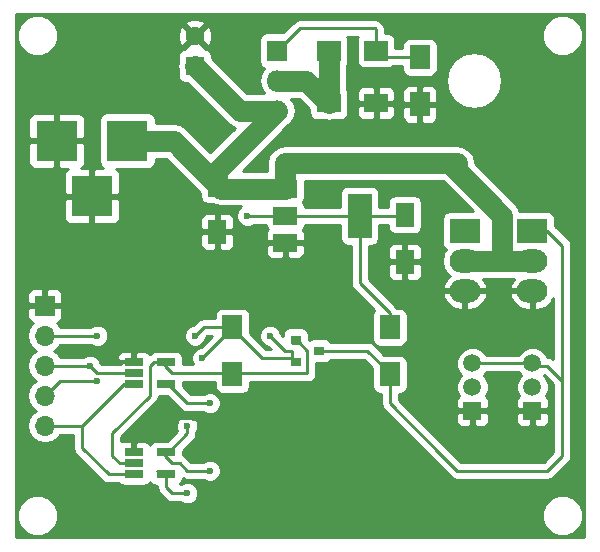
<source format=gbr>
G04 #@! TF.FileFunction,Copper,L2,Bot,Signal*
%FSLAX46Y46*%
G04 Gerber Fmt 4.6, Leading zero omitted, Abs format (unit mm)*
G04 Created by KiCad (PCBNEW 4.0.7) date 03/19/18 08:58:31*
%MOMM*%
%LPD*%
G01*
G04 APERTURE LIST*
%ADD10C,0.100000*%
%ADD11R,1.600000X2.000000*%
%ADD12R,1.600000X1.600000*%
%ADD13C,1.600000*%
%ADD14R,2.000000X1.600000*%
%ADD15R,3.500000X3.500000*%
%ADD16R,2.000000X1.700000*%
%ADD17R,1.700000X2.000000*%
%ADD18R,1.800000X1.800000*%
%ADD19O,1.800000X1.800000*%
%ADD20R,1.500000X1.500000*%
%ADD21C,1.500000*%
%ADD22R,2.600000X2.000000*%
%ADD23O,2.600000X2.000000*%
%ADD24R,2.000000X3.800000*%
%ADD25R,2.000000X1.500000*%
%ADD26R,1.700000X1.700000*%
%ADD27O,1.700000X1.700000*%
%ADD28R,1.560000X0.650000*%
%ADD29R,0.900000X0.800000*%
%ADD30C,0.600000*%
%ADD31C,0.250000*%
%ADD32C,1.750000*%
%ADD33C,0.254000*%
G04 APERTURE END LIST*
D10*
D11*
X68580000Y-29115000D03*
X68580000Y-33115000D03*
D12*
X66675000Y-19050000D03*
D13*
X66675000Y-16550000D03*
D11*
X84455000Y-31655000D03*
X84455000Y-35655000D03*
D14*
X78010000Y-22225000D03*
X82010000Y-22225000D03*
D15*
X60960000Y-25400000D03*
X54960000Y-25400000D03*
X57960000Y-30100000D03*
D16*
X78010000Y-17780000D03*
X82010000Y-17780000D03*
D17*
X85725000Y-18320000D03*
X85725000Y-22320000D03*
X83185000Y-41180000D03*
X83185000Y-45180000D03*
X69850000Y-41180000D03*
X69850000Y-45180000D03*
D18*
X73660000Y-17780000D03*
D19*
X73660000Y-20320000D03*
X73660000Y-22860000D03*
D20*
X95250000Y-48260000D03*
D21*
X95250000Y-46260000D03*
X95250000Y-44260000D03*
D22*
X95250000Y-33020000D03*
D23*
X95250000Y-35560000D03*
X95250000Y-38100000D03*
D24*
X80620000Y-31750000D03*
D25*
X74320000Y-31750000D03*
X74320000Y-29450000D03*
X74320000Y-34050000D03*
D26*
X53975000Y-39370000D03*
D27*
X53975000Y-41910000D03*
X53975000Y-44450000D03*
X53975000Y-46990000D03*
X53975000Y-49530000D03*
D20*
X90170000Y-48260000D03*
D21*
X90170000Y-46260000D03*
X90170000Y-44260000D03*
D22*
X89535000Y-33020000D03*
D23*
X89535000Y-35560000D03*
X89535000Y-38100000D03*
D28*
X61515000Y-46035000D03*
X61515000Y-45085000D03*
X61515000Y-44135000D03*
X64215000Y-44135000D03*
X64215000Y-46035000D03*
X61515000Y-53655000D03*
X61515000Y-52705000D03*
X61515000Y-51755000D03*
X64215000Y-51755000D03*
X64215000Y-53655000D03*
D29*
X75200000Y-44130000D03*
X75200000Y-42230000D03*
X77200000Y-43180000D03*
D30*
X66675000Y-48895000D03*
X71120000Y-31750000D03*
X58420000Y-45720000D03*
X66040000Y-49530000D03*
X67945000Y-53340000D03*
X57785000Y-44450000D03*
X67310000Y-43815000D03*
X67945000Y-47625000D03*
X66675000Y-41910000D03*
X58420000Y-41910000D03*
X66040000Y-55245000D03*
X73025000Y-41910000D03*
D31*
X61515000Y-51755000D02*
X61515000Y-50245000D01*
X62865000Y-48895000D02*
X66675000Y-48895000D01*
X61515000Y-50245000D02*
X62865000Y-48895000D01*
X61515000Y-44135000D02*
X61515000Y-41830000D01*
X56515000Y-39370000D02*
X53975000Y-39370000D01*
X57785000Y-40640000D02*
X56515000Y-39370000D01*
X60325000Y-40640000D02*
X57785000Y-40640000D01*
X61515000Y-41830000D02*
X60325000Y-40640000D01*
X83185000Y-41180000D02*
X83185000Y-40005000D01*
X80620000Y-37440000D02*
X80620000Y-31750000D01*
X83185000Y-40005000D02*
X80620000Y-37440000D01*
X74320000Y-31750000D02*
X80620000Y-31750000D01*
X80620000Y-31750000D02*
X84360000Y-31750000D01*
X84360000Y-31750000D02*
X84455000Y-31655000D01*
X71120000Y-31750000D02*
X74320000Y-31750000D01*
D32*
X78010000Y-22225000D02*
X78010000Y-17780000D01*
X73660000Y-20320000D02*
X76105000Y-20320000D01*
X76105000Y-20320000D02*
X78010000Y-22225000D01*
D31*
X53975000Y-46990000D02*
X55245000Y-45720000D01*
X55245000Y-45720000D02*
X58420000Y-45720000D01*
X66040000Y-49530000D02*
X66040000Y-50165000D01*
X66040000Y-50165000D02*
X64135000Y-52070000D01*
X64135000Y-52070000D02*
X64215000Y-51755000D01*
X64215000Y-51755000D02*
X64135000Y-52070000D01*
X64135000Y-52070000D02*
X64770000Y-52705000D01*
X64770000Y-52705000D02*
X65405000Y-52705000D01*
X65405000Y-52705000D02*
X66040000Y-53340000D01*
X66040000Y-53340000D02*
X67945000Y-53340000D01*
X61515000Y-45085000D02*
X58420000Y-45085000D01*
X58420000Y-45085000D02*
X57785000Y-44450000D01*
X57785000Y-44450000D02*
X53975000Y-44450000D01*
X61515000Y-46035000D02*
X60645000Y-46035000D01*
X60645000Y-46035000D02*
X57150000Y-49530000D01*
X61515000Y-53655000D02*
X59370000Y-53655000D01*
X59370000Y-53655000D02*
X57150000Y-51435000D01*
X57150000Y-51435000D02*
X57150000Y-49530000D01*
X57150000Y-49530000D02*
X53975000Y-49530000D01*
X83185000Y-45180000D02*
X83185000Y-45085000D01*
X83185000Y-45085000D02*
X81280000Y-43180000D01*
X81280000Y-43180000D02*
X77200000Y-43180000D01*
X87630000Y-52070000D02*
X88900000Y-53340000D01*
X83185000Y-47625000D02*
X87630000Y-52070000D01*
X83185000Y-45180000D02*
X83185000Y-47625000D01*
X97790000Y-52070000D02*
X97790000Y-45720000D01*
X96520000Y-53340000D02*
X97790000Y-52070000D01*
X88900000Y-53340000D02*
X96520000Y-53340000D01*
X95250000Y-33020000D02*
X96520000Y-33020000D01*
X96520000Y-33020000D02*
X97790000Y-34290000D01*
X97790000Y-34290000D02*
X97790000Y-45720000D01*
X90170000Y-44260000D02*
X95250000Y-44260000D01*
X95250000Y-44260000D02*
X95440000Y-44450000D01*
X95440000Y-44450000D02*
X96520000Y-44450000D01*
X96520000Y-44450000D02*
X97790000Y-45720000D01*
D32*
X95250000Y-35560000D02*
X92710000Y-35560000D01*
X88900000Y-27940000D02*
X88900000Y-27305000D01*
X88265000Y-27305000D02*
X88900000Y-27940000D01*
X92710000Y-31750000D02*
X88265000Y-27305000D01*
X92710000Y-35560000D02*
X92710000Y-31750000D01*
X95250000Y-35560000D02*
X89535000Y-35560000D01*
X88900000Y-27305000D02*
X74295000Y-27305000D01*
X74295000Y-27305000D02*
X74320000Y-27330000D01*
X74320000Y-29450000D02*
X74320000Y-27330000D01*
X73660000Y-22860000D02*
X70485000Y-22860000D01*
X70485000Y-22860000D02*
X66675000Y-19050000D01*
X68580000Y-29115000D02*
X68580000Y-27940000D01*
X68580000Y-27940000D02*
X73660000Y-22860000D01*
X60960000Y-25400000D02*
X64865000Y-25400000D01*
X64865000Y-25400000D02*
X68580000Y-29115000D01*
X74320000Y-29450000D02*
X68915000Y-29450000D01*
X68915000Y-29450000D02*
X68580000Y-29115000D01*
D31*
X64135000Y-45720000D02*
X66040000Y-47625000D01*
X67310000Y-43815000D02*
X69850000Y-41275000D01*
X66040000Y-47625000D02*
X67945000Y-47625000D01*
X53975000Y-41910000D02*
X58420000Y-41910000D01*
X67405000Y-41180000D02*
X69850000Y-41180000D01*
X66675000Y-41910000D02*
X67405000Y-41180000D01*
X64215000Y-54690000D02*
X64215000Y-53655000D01*
X64770000Y-55245000D02*
X64215000Y-54690000D01*
X66040000Y-55245000D02*
X64770000Y-55245000D01*
X75200000Y-44130000D02*
X74930000Y-43815000D01*
X74930000Y-43815000D02*
X74930000Y-43180000D01*
X74930000Y-43180000D02*
X74295000Y-43180000D01*
X74295000Y-43180000D02*
X73025000Y-41910000D01*
X69850000Y-41275000D02*
X69850000Y-41180000D01*
X69850000Y-41180000D02*
X69850000Y-41275000D01*
X69850000Y-41275000D02*
X72390000Y-43815000D01*
X72390000Y-43815000D02*
X74930000Y-43815000D01*
X74930000Y-43815000D02*
X75200000Y-44130000D01*
X63500000Y-53340000D02*
X64135000Y-53340000D01*
X64135000Y-53340000D02*
X64215000Y-53655000D01*
X82010000Y-17780000D02*
X82010000Y-15970000D01*
X75565000Y-15875000D02*
X73660000Y-17780000D01*
X81915000Y-15875000D02*
X75565000Y-15875000D01*
X82010000Y-15970000D02*
X81915000Y-15875000D01*
X85725000Y-18320000D02*
X82550000Y-18320000D01*
X82550000Y-18320000D02*
X82010000Y-17780000D01*
X64215000Y-44135000D02*
X63180000Y-44135000D01*
X60325000Y-52705000D02*
X61515000Y-52705000D01*
X59690000Y-52070000D02*
X60325000Y-52705000D01*
X59690000Y-50165000D02*
X59690000Y-52070000D01*
X62865000Y-46990000D02*
X59690000Y-50165000D01*
X62865000Y-44450000D02*
X62865000Y-46990000D01*
X63180000Y-44135000D02*
X62865000Y-44450000D01*
X64215000Y-44135000D02*
X64135000Y-44450000D01*
X69850000Y-45180000D02*
X69850000Y-45085000D01*
X69850000Y-45085000D02*
X76200000Y-45085000D01*
X76200000Y-45085000D02*
X76200000Y-43180000D01*
X76200000Y-43180000D02*
X75565000Y-42545000D01*
X75565000Y-42545000D02*
X74930000Y-42545000D01*
X74930000Y-42545000D02*
X75200000Y-42230000D01*
X64215000Y-44135000D02*
X64135000Y-44450000D01*
X64135000Y-44450000D02*
X64770000Y-45085000D01*
X64770000Y-45085000D02*
X69850000Y-45085000D01*
X69850000Y-45085000D02*
X69850000Y-45180000D01*
X69440000Y-44770000D02*
X69850000Y-45180000D01*
X69755000Y-45180000D02*
X69850000Y-45180000D01*
D33*
G36*
X99620000Y-58980000D02*
X51510000Y-58980000D01*
X51510000Y-57493599D01*
X51604699Y-57493599D01*
X51868281Y-58131515D01*
X52355918Y-58620004D01*
X52993373Y-58884699D01*
X53683599Y-58885301D01*
X54321515Y-58621719D01*
X54810004Y-58134082D01*
X55074699Y-57496627D01*
X55074701Y-57493599D01*
X96054699Y-57493599D01*
X96318281Y-58131515D01*
X96805918Y-58620004D01*
X97443373Y-58884699D01*
X98133599Y-58885301D01*
X98771515Y-58621719D01*
X99260004Y-58134082D01*
X99524699Y-57496627D01*
X99525301Y-56806401D01*
X99261719Y-56168485D01*
X98774082Y-55679996D01*
X98136627Y-55415301D01*
X97446401Y-55414699D01*
X96808485Y-55678281D01*
X96319996Y-56165918D01*
X96055301Y-56803373D01*
X96054699Y-57493599D01*
X55074701Y-57493599D01*
X55075301Y-56806401D01*
X54811719Y-56168485D01*
X54324082Y-55679996D01*
X53686627Y-55415301D01*
X52996401Y-55414699D01*
X52358485Y-55678281D01*
X51869996Y-56165918D01*
X51605301Y-56803373D01*
X51604699Y-57493599D01*
X51510000Y-57493599D01*
X51510000Y-41910000D01*
X52460907Y-41910000D01*
X52573946Y-42478285D01*
X52895853Y-42960054D01*
X53225026Y-43180000D01*
X52895853Y-43399946D01*
X52573946Y-43881715D01*
X52460907Y-44450000D01*
X52573946Y-45018285D01*
X52895853Y-45500054D01*
X53225026Y-45720000D01*
X52895853Y-45939946D01*
X52573946Y-46421715D01*
X52460907Y-46990000D01*
X52573946Y-47558285D01*
X52895853Y-48040054D01*
X53225026Y-48260000D01*
X52895853Y-48479946D01*
X52573946Y-48961715D01*
X52460907Y-49530000D01*
X52573946Y-50098285D01*
X52895853Y-50580054D01*
X53377622Y-50901961D01*
X53945907Y-51015000D01*
X54004093Y-51015000D01*
X54572378Y-50901961D01*
X55054147Y-50580054D01*
X55247954Y-50290000D01*
X56390000Y-50290000D01*
X56390000Y-51435000D01*
X56447852Y-51725839D01*
X56612599Y-51972401D01*
X58832599Y-54192401D01*
X59079161Y-54357148D01*
X59370000Y-54415000D01*
X60260331Y-54415000D01*
X60270910Y-54431441D01*
X60483110Y-54576431D01*
X60735000Y-54627440D01*
X62295000Y-54627440D01*
X62530317Y-54583162D01*
X62746441Y-54444090D01*
X62866233Y-54268768D01*
X62970910Y-54431441D01*
X63183110Y-54576431D01*
X63435000Y-54627440D01*
X63455000Y-54627440D01*
X63455000Y-54690000D01*
X63512852Y-54980839D01*
X63677599Y-55227401D01*
X64232599Y-55782401D01*
X64479161Y-55947148D01*
X64770000Y-56005000D01*
X65477537Y-56005000D01*
X65509673Y-56037192D01*
X65853201Y-56179838D01*
X66225167Y-56180162D01*
X66568943Y-56038117D01*
X66832192Y-55775327D01*
X66974838Y-55431799D01*
X66975162Y-55059833D01*
X66833117Y-54716057D01*
X66570327Y-54452808D01*
X66226799Y-54310162D01*
X65854833Y-54309838D01*
X65511057Y-54451883D01*
X65477882Y-54485000D01*
X65382865Y-54485000D01*
X65446441Y-54444090D01*
X65591431Y-54231890D01*
X65642440Y-53980000D01*
X65642440Y-53970840D01*
X65749161Y-54042148D01*
X66040000Y-54100000D01*
X67382537Y-54100000D01*
X67414673Y-54132192D01*
X67758201Y-54274838D01*
X68130167Y-54275162D01*
X68473943Y-54133117D01*
X68737192Y-53870327D01*
X68879838Y-53526799D01*
X68880162Y-53154833D01*
X68738117Y-52811057D01*
X68475327Y-52547808D01*
X68131799Y-52405162D01*
X67759833Y-52404838D01*
X67416057Y-52546883D01*
X67382882Y-52580000D01*
X66354802Y-52580000D01*
X65942401Y-52167599D01*
X65695839Y-52002852D01*
X65642440Y-51992230D01*
X65642440Y-51637362D01*
X66577401Y-50702401D01*
X66742148Y-50455839D01*
X66800000Y-50165000D01*
X66800000Y-50092463D01*
X66832192Y-50060327D01*
X66974838Y-49716799D01*
X66975162Y-49344833D01*
X66833117Y-49001057D01*
X66570327Y-48737808D01*
X66226799Y-48595162D01*
X65854833Y-48594838D01*
X65511057Y-48736883D01*
X65247808Y-48999673D01*
X65105162Y-49343201D01*
X65104838Y-49715167D01*
X65195533Y-49934665D01*
X64347638Y-50782560D01*
X63435000Y-50782560D01*
X63199683Y-50826838D01*
X62983559Y-50965910D01*
X62863107Y-51142197D01*
X62833327Y-51070301D01*
X62654698Y-50891673D01*
X62421309Y-50795000D01*
X61800750Y-50795000D01*
X61642000Y-50953750D01*
X61642000Y-51628000D01*
X61662000Y-51628000D01*
X61662000Y-51732560D01*
X61368000Y-51732560D01*
X61368000Y-51628000D01*
X61388000Y-51628000D01*
X61388000Y-50953750D01*
X61229250Y-50795000D01*
X60608691Y-50795000D01*
X60450000Y-50860732D01*
X60450000Y-50479802D01*
X63402401Y-47527401D01*
X63567148Y-47280839D01*
X63621531Y-47007440D01*
X64347638Y-47007440D01*
X65502599Y-48162401D01*
X65749161Y-48327148D01*
X66040000Y-48385000D01*
X67382537Y-48385000D01*
X67414673Y-48417192D01*
X67758201Y-48559838D01*
X68130167Y-48560162D01*
X68473943Y-48418117D01*
X68737192Y-48155327D01*
X68879838Y-47811799D01*
X68880162Y-47439833D01*
X68738117Y-47096057D01*
X68475327Y-46832808D01*
X68131799Y-46690162D01*
X67759833Y-46689838D01*
X67416057Y-46831883D01*
X67382882Y-46865000D01*
X66354802Y-46865000D01*
X65642440Y-46152638D01*
X65642440Y-45845000D01*
X68352560Y-45845000D01*
X68352560Y-46180000D01*
X68396838Y-46415317D01*
X68535910Y-46631441D01*
X68748110Y-46776431D01*
X69000000Y-46827440D01*
X70700000Y-46827440D01*
X70935317Y-46783162D01*
X71151441Y-46644090D01*
X71296431Y-46431890D01*
X71347440Y-46180000D01*
X71347440Y-45845000D01*
X76200000Y-45845000D01*
X76490839Y-45787148D01*
X76737401Y-45622401D01*
X76902148Y-45375839D01*
X76960000Y-45085000D01*
X76960000Y-44227440D01*
X77650000Y-44227440D01*
X77885317Y-44183162D01*
X78101441Y-44044090D01*
X78172563Y-43940000D01*
X80965198Y-43940000D01*
X81687560Y-44662362D01*
X81687560Y-46180000D01*
X81731838Y-46415317D01*
X81870910Y-46631441D01*
X82083110Y-46776431D01*
X82335000Y-46827440D01*
X82425000Y-46827440D01*
X82425000Y-47625000D01*
X82482852Y-47915839D01*
X82647599Y-48162401D01*
X88362599Y-53877401D01*
X88609160Y-54042148D01*
X88900000Y-54100000D01*
X96520000Y-54100000D01*
X96810839Y-54042148D01*
X97057401Y-53877401D01*
X98327401Y-52607401D01*
X98492148Y-52360840D01*
X98550000Y-52070000D01*
X98550000Y-34290000D01*
X98492148Y-33999161D01*
X98492148Y-33999160D01*
X98327401Y-33752599D01*
X97197440Y-32622638D01*
X97197440Y-32020000D01*
X97153162Y-31784683D01*
X97014090Y-31568559D01*
X96801890Y-31423569D01*
X96550000Y-31372560D01*
X94144922Y-31372560D01*
X94105058Y-31172148D01*
X93777731Y-30682269D01*
X90410000Y-27314538D01*
X90410000Y-27305000D01*
X90295058Y-26727148D01*
X89967731Y-26237269D01*
X89477852Y-25909942D01*
X88900000Y-25795000D01*
X74295000Y-25795000D01*
X73717148Y-25909942D01*
X73227269Y-26237269D01*
X72899942Y-26727148D01*
X72785000Y-27305000D01*
X72810000Y-27430683D01*
X72810000Y-27940000D01*
X70715462Y-27940000D01*
X74548231Y-24107231D01*
X74745409Y-23975481D01*
X75078155Y-23477491D01*
X75195000Y-22890072D01*
X75195000Y-22829928D01*
X75078155Y-22242509D01*
X74802526Y-21830000D01*
X75479538Y-21830000D01*
X76362560Y-22713022D01*
X76362560Y-23025000D01*
X76406838Y-23260317D01*
X76545910Y-23476441D01*
X76758110Y-23621431D01*
X77010000Y-23672440D01*
X77695490Y-23672440D01*
X78010000Y-23735000D01*
X78324510Y-23672440D01*
X79010000Y-23672440D01*
X79245317Y-23628162D01*
X79461441Y-23489090D01*
X79606431Y-23276890D01*
X79657440Y-23025000D01*
X79657440Y-22510750D01*
X80375000Y-22510750D01*
X80375000Y-23151310D01*
X80471673Y-23384699D01*
X80650302Y-23563327D01*
X80883691Y-23660000D01*
X81724250Y-23660000D01*
X81883000Y-23501250D01*
X81883000Y-22352000D01*
X82137000Y-22352000D01*
X82137000Y-23501250D01*
X82295750Y-23660000D01*
X83136309Y-23660000D01*
X83369698Y-23563327D01*
X83548327Y-23384699D01*
X83645000Y-23151310D01*
X83645000Y-22605750D01*
X84240000Y-22605750D01*
X84240000Y-23446309D01*
X84336673Y-23679698D01*
X84515301Y-23858327D01*
X84748690Y-23955000D01*
X85439250Y-23955000D01*
X85598000Y-23796250D01*
X85598000Y-22447000D01*
X85852000Y-22447000D01*
X85852000Y-23796250D01*
X86010750Y-23955000D01*
X86701310Y-23955000D01*
X86934699Y-23858327D01*
X87113327Y-23679698D01*
X87210000Y-23446309D01*
X87210000Y-22605750D01*
X87051250Y-22447000D01*
X85852000Y-22447000D01*
X85598000Y-22447000D01*
X84398750Y-22447000D01*
X84240000Y-22605750D01*
X83645000Y-22605750D01*
X83645000Y-22510750D01*
X83486250Y-22352000D01*
X82137000Y-22352000D01*
X81883000Y-22352000D01*
X80533750Y-22352000D01*
X80375000Y-22510750D01*
X79657440Y-22510750D01*
X79657440Y-21425000D01*
X79633674Y-21298690D01*
X80375000Y-21298690D01*
X80375000Y-21939250D01*
X80533750Y-22098000D01*
X81883000Y-22098000D01*
X81883000Y-20948750D01*
X82137000Y-20948750D01*
X82137000Y-22098000D01*
X83486250Y-22098000D01*
X83645000Y-21939250D01*
X83645000Y-21298690D01*
X83601508Y-21193691D01*
X84240000Y-21193691D01*
X84240000Y-22034250D01*
X84398750Y-22193000D01*
X85598000Y-22193000D01*
X85598000Y-20843750D01*
X85852000Y-20843750D01*
X85852000Y-22193000D01*
X87051250Y-22193000D01*
X87210000Y-22034250D01*
X87210000Y-21193691D01*
X87113327Y-20960302D01*
X86934699Y-20781673D01*
X86701310Y-20685000D01*
X86010750Y-20685000D01*
X85852000Y-20843750D01*
X85598000Y-20843750D01*
X85439250Y-20685000D01*
X84748690Y-20685000D01*
X84515301Y-20781673D01*
X84336673Y-20960302D01*
X84240000Y-21193691D01*
X83601508Y-21193691D01*
X83548327Y-21065301D01*
X83369698Y-20886673D01*
X83136309Y-20790000D01*
X82295750Y-20790000D01*
X82137000Y-20948750D01*
X81883000Y-20948750D01*
X81724250Y-20790000D01*
X80883691Y-20790000D01*
X80650302Y-20886673D01*
X80471673Y-21065301D01*
X80375000Y-21298690D01*
X79633674Y-21298690D01*
X79613162Y-21189683D01*
X79520000Y-21044905D01*
X79520000Y-20273275D01*
X87935000Y-20273275D01*
X87935000Y-20366725D01*
X88116547Y-21279425D01*
X88633550Y-22053175D01*
X89407300Y-22570178D01*
X90320000Y-22751725D01*
X91232700Y-22570178D01*
X92006450Y-22053175D01*
X92523453Y-21279425D01*
X92705000Y-20366725D01*
X92705000Y-20273275D01*
X92523453Y-19360575D01*
X92006450Y-18586825D01*
X91232700Y-18069822D01*
X90320000Y-17888275D01*
X89407300Y-18069822D01*
X88633550Y-18586825D01*
X88116547Y-19360575D01*
X87935000Y-20273275D01*
X79520000Y-20273275D01*
X79520000Y-19008386D01*
X79606431Y-18881890D01*
X79657440Y-18630000D01*
X79657440Y-16930000D01*
X79613162Y-16694683D01*
X79574757Y-16635000D01*
X80443025Y-16635000D01*
X80413569Y-16678110D01*
X80362560Y-16930000D01*
X80362560Y-18630000D01*
X80406838Y-18865317D01*
X80545910Y-19081441D01*
X80758110Y-19226431D01*
X81010000Y-19277440D01*
X83010000Y-19277440D01*
X83245317Y-19233162D01*
X83461441Y-19094090D01*
X83471068Y-19080000D01*
X84227560Y-19080000D01*
X84227560Y-19320000D01*
X84271838Y-19555317D01*
X84410910Y-19771441D01*
X84623110Y-19916431D01*
X84875000Y-19967440D01*
X86575000Y-19967440D01*
X86810317Y-19923162D01*
X87026441Y-19784090D01*
X87171431Y-19571890D01*
X87222440Y-19320000D01*
X87222440Y-17320000D01*
X87178162Y-17084683D01*
X87039090Y-16868559D01*
X87017196Y-16853599D01*
X96054699Y-16853599D01*
X96318281Y-17491515D01*
X96805918Y-17980004D01*
X97443373Y-18244699D01*
X98133599Y-18245301D01*
X98771515Y-17981719D01*
X99260004Y-17494082D01*
X99524699Y-16856627D01*
X99525301Y-16166401D01*
X99261719Y-15528485D01*
X98774082Y-15039996D01*
X98136627Y-14775301D01*
X97446401Y-14774699D01*
X96808485Y-15038281D01*
X96319996Y-15525918D01*
X96055301Y-16163373D01*
X96054699Y-16853599D01*
X87017196Y-16853599D01*
X86826890Y-16723569D01*
X86575000Y-16672560D01*
X84875000Y-16672560D01*
X84639683Y-16716838D01*
X84423559Y-16855910D01*
X84278569Y-17068110D01*
X84227560Y-17320000D01*
X84227560Y-17560000D01*
X83657440Y-17560000D01*
X83657440Y-16930000D01*
X83613162Y-16694683D01*
X83474090Y-16478559D01*
X83261890Y-16333569D01*
X83010000Y-16282560D01*
X82770000Y-16282560D01*
X82770000Y-15970000D01*
X82712148Y-15679161D01*
X82712148Y-15679160D01*
X82547401Y-15432599D01*
X82452401Y-15337599D01*
X82205839Y-15172852D01*
X81915000Y-15115000D01*
X75565000Y-15115000D01*
X75274161Y-15172852D01*
X75027599Y-15337599D01*
X74132638Y-16232560D01*
X72760000Y-16232560D01*
X72524683Y-16276838D01*
X72308559Y-16415910D01*
X72163569Y-16628110D01*
X72112560Y-16880000D01*
X72112560Y-18680000D01*
X72156838Y-18915317D01*
X72295910Y-19131441D01*
X72508110Y-19276431D01*
X72524344Y-19279719D01*
X72241845Y-19702509D01*
X72125000Y-20289928D01*
X72125000Y-20350072D01*
X72241845Y-20937491D01*
X72517474Y-21350000D01*
X71110462Y-21350000D01*
X68122440Y-18361978D01*
X68122440Y-18250000D01*
X68078162Y-18014683D01*
X67939090Y-17798559D01*
X67726890Y-17653569D01*
X67488799Y-17605354D01*
X67503139Y-17557745D01*
X66675000Y-16729605D01*
X65846861Y-17557745D01*
X65861145Y-17605167D01*
X65639683Y-17646838D01*
X65423559Y-17785910D01*
X65278569Y-17998110D01*
X65227560Y-18250000D01*
X65227560Y-18735490D01*
X65165000Y-19050000D01*
X65227560Y-19364510D01*
X65227560Y-19850000D01*
X65271838Y-20085317D01*
X65410910Y-20301441D01*
X65623110Y-20446431D01*
X65875000Y-20497440D01*
X65986978Y-20497440D01*
X69417269Y-23927731D01*
X69907148Y-24255058D01*
X70092593Y-24291945D01*
X67992500Y-26392038D01*
X65932731Y-24332269D01*
X65442852Y-24004942D01*
X64865000Y-23890000D01*
X63357440Y-23890000D01*
X63357440Y-23650000D01*
X63313162Y-23414683D01*
X63174090Y-23198559D01*
X62961890Y-23053569D01*
X62710000Y-23002560D01*
X59210000Y-23002560D01*
X58974683Y-23046838D01*
X58758559Y-23185910D01*
X58613569Y-23398110D01*
X58562560Y-23650000D01*
X58562560Y-27150000D01*
X58606838Y-27385317D01*
X58745910Y-27601441D01*
X58912109Y-27715000D01*
X58245750Y-27715000D01*
X58087000Y-27873750D01*
X58087000Y-29973000D01*
X60186250Y-29973000D01*
X60345000Y-29814250D01*
X60345000Y-28223690D01*
X60248327Y-27990301D01*
X60069698Y-27811673D01*
X60035337Y-27797440D01*
X62710000Y-27797440D01*
X62945317Y-27753162D01*
X63161441Y-27614090D01*
X63306431Y-27401890D01*
X63357440Y-27150000D01*
X63357440Y-26910000D01*
X64239538Y-26910000D01*
X67132560Y-29803023D01*
X67132560Y-30115000D01*
X67176838Y-30350317D01*
X67315910Y-30566441D01*
X67528110Y-30711431D01*
X67780000Y-30762440D01*
X68213501Y-30762440D01*
X68337148Y-30845058D01*
X68915000Y-30960000D01*
X70587935Y-30960000D01*
X70327808Y-31219673D01*
X70185162Y-31563201D01*
X70184838Y-31935167D01*
X70326883Y-32278943D01*
X70589673Y-32542192D01*
X70933201Y-32684838D01*
X71305167Y-32685162D01*
X71648943Y-32543117D01*
X71682118Y-32510000D01*
X72674442Y-32510000D01*
X72716838Y-32735317D01*
X72822482Y-32899492D01*
X72781673Y-32940301D01*
X72685000Y-33173690D01*
X72685000Y-33764250D01*
X72843750Y-33923000D01*
X74193000Y-33923000D01*
X74193000Y-33903000D01*
X74447000Y-33903000D01*
X74447000Y-33923000D01*
X75796250Y-33923000D01*
X75955000Y-33764250D01*
X75955000Y-33173690D01*
X75858327Y-32940301D01*
X75816366Y-32898340D01*
X75916431Y-32751890D01*
X75965415Y-32510000D01*
X78972560Y-32510000D01*
X78972560Y-33650000D01*
X79016838Y-33885317D01*
X79155910Y-34101441D01*
X79368110Y-34246431D01*
X79620000Y-34297440D01*
X79860000Y-34297440D01*
X79860000Y-37440000D01*
X79917852Y-37730839D01*
X80082599Y-37977401D01*
X81858209Y-39753011D01*
X81738569Y-39928110D01*
X81687560Y-40180000D01*
X81687560Y-42180000D01*
X81731838Y-42415317D01*
X81870910Y-42631441D01*
X82083110Y-42776431D01*
X82335000Y-42827440D01*
X84035000Y-42827440D01*
X84270317Y-42783162D01*
X84486441Y-42644090D01*
X84631431Y-42431890D01*
X84682440Y-42180000D01*
X84682440Y-40180000D01*
X84638162Y-39944683D01*
X84499090Y-39728559D01*
X84286890Y-39583569D01*
X84035000Y-39532560D01*
X83765806Y-39532560D01*
X83722401Y-39467599D01*
X82735236Y-38480434D01*
X87644876Y-38480434D01*
X87675856Y-38608355D01*
X87989078Y-39166317D01*
X88491980Y-39561942D01*
X89108000Y-39735000D01*
X89408000Y-39735000D01*
X89408000Y-38227000D01*
X89662000Y-38227000D01*
X89662000Y-39735000D01*
X89962000Y-39735000D01*
X90578020Y-39561942D01*
X91080922Y-39166317D01*
X91394144Y-38608355D01*
X91425124Y-38480434D01*
X93359876Y-38480434D01*
X93390856Y-38608355D01*
X93704078Y-39166317D01*
X94206980Y-39561942D01*
X94823000Y-39735000D01*
X95123000Y-39735000D01*
X95123000Y-38227000D01*
X93479223Y-38227000D01*
X93359876Y-38480434D01*
X91425124Y-38480434D01*
X91305777Y-38227000D01*
X89662000Y-38227000D01*
X89408000Y-38227000D01*
X87764223Y-38227000D01*
X87644876Y-38480434D01*
X82735236Y-38480434D01*
X81380000Y-37125198D01*
X81380000Y-35940750D01*
X83020000Y-35940750D01*
X83020000Y-36781309D01*
X83116673Y-37014698D01*
X83295301Y-37193327D01*
X83528690Y-37290000D01*
X84169250Y-37290000D01*
X84328000Y-37131250D01*
X84328000Y-35782000D01*
X84582000Y-35782000D01*
X84582000Y-37131250D01*
X84740750Y-37290000D01*
X85381310Y-37290000D01*
X85614699Y-37193327D01*
X85793327Y-37014698D01*
X85890000Y-36781309D01*
X85890000Y-35940750D01*
X85731250Y-35782000D01*
X84582000Y-35782000D01*
X84328000Y-35782000D01*
X83178750Y-35782000D01*
X83020000Y-35940750D01*
X81380000Y-35940750D01*
X81380000Y-34528691D01*
X83020000Y-34528691D01*
X83020000Y-35369250D01*
X83178750Y-35528000D01*
X84328000Y-35528000D01*
X84328000Y-34178750D01*
X84582000Y-34178750D01*
X84582000Y-35528000D01*
X85731250Y-35528000D01*
X85890000Y-35369250D01*
X85890000Y-34528691D01*
X85793327Y-34295302D01*
X85614699Y-34116673D01*
X85381310Y-34020000D01*
X84740750Y-34020000D01*
X84582000Y-34178750D01*
X84328000Y-34178750D01*
X84169250Y-34020000D01*
X83528690Y-34020000D01*
X83295301Y-34116673D01*
X83116673Y-34295302D01*
X83020000Y-34528691D01*
X81380000Y-34528691D01*
X81380000Y-34297440D01*
X81620000Y-34297440D01*
X81855317Y-34253162D01*
X82071441Y-34114090D01*
X82216431Y-33901890D01*
X82267440Y-33650000D01*
X82267440Y-32510000D01*
X83007560Y-32510000D01*
X83007560Y-32655000D01*
X83051838Y-32890317D01*
X83190910Y-33106441D01*
X83403110Y-33251431D01*
X83655000Y-33302440D01*
X85255000Y-33302440D01*
X85490317Y-33258162D01*
X85706441Y-33119090D01*
X85851431Y-32906890D01*
X85902440Y-32655000D01*
X85902440Y-30655000D01*
X85858162Y-30419683D01*
X85719090Y-30203559D01*
X85506890Y-30058569D01*
X85255000Y-30007560D01*
X83655000Y-30007560D01*
X83419683Y-30051838D01*
X83203559Y-30190910D01*
X83058569Y-30403110D01*
X83007560Y-30655000D01*
X83007560Y-30990000D01*
X82267440Y-30990000D01*
X82267440Y-29850000D01*
X82223162Y-29614683D01*
X82084090Y-29398559D01*
X81871890Y-29253569D01*
X81620000Y-29202560D01*
X79620000Y-29202560D01*
X79384683Y-29246838D01*
X79168559Y-29385910D01*
X79023569Y-29598110D01*
X78972560Y-29850000D01*
X78972560Y-30990000D01*
X75965558Y-30990000D01*
X75923162Y-30764683D01*
X75816241Y-30598523D01*
X75916431Y-30451890D01*
X75967440Y-30200000D01*
X75967440Y-28815000D01*
X87639537Y-28815000D01*
X87832269Y-29007732D01*
X87832272Y-29007734D01*
X90197098Y-31372560D01*
X88235000Y-31372560D01*
X87999683Y-31416838D01*
X87783559Y-31555910D01*
X87638569Y-31768110D01*
X87587560Y-32020000D01*
X87587560Y-34020000D01*
X87631838Y-34255317D01*
X87770910Y-34471441D01*
X87925329Y-34576951D01*
X87686548Y-34934313D01*
X87562091Y-35560000D01*
X87686548Y-36185687D01*
X88040971Y-36716120D01*
X88231188Y-36843219D01*
X87989078Y-37033683D01*
X87675856Y-37591645D01*
X87644876Y-37719566D01*
X87764223Y-37973000D01*
X89408000Y-37973000D01*
X89408000Y-37953000D01*
X89662000Y-37953000D01*
X89662000Y-37973000D01*
X91305777Y-37973000D01*
X91425124Y-37719566D01*
X91394144Y-37591645D01*
X91101309Y-37070000D01*
X93683691Y-37070000D01*
X93390856Y-37591645D01*
X93359876Y-37719566D01*
X93479223Y-37973000D01*
X95123000Y-37973000D01*
X95123000Y-37953000D01*
X95377000Y-37953000D01*
X95377000Y-37973000D01*
X95397000Y-37973000D01*
X95397000Y-38227000D01*
X95377000Y-38227000D01*
X95377000Y-39735000D01*
X95677000Y-39735000D01*
X96293020Y-39561942D01*
X96795922Y-39166317D01*
X97030000Y-38749339D01*
X97030000Y-43894290D01*
X96810839Y-43747852D01*
X96520000Y-43690000D01*
X96513053Y-43690000D01*
X96424831Y-43476485D01*
X96035564Y-43086539D01*
X95526702Y-42875241D01*
X94975715Y-42874760D01*
X94466485Y-43085169D01*
X94076539Y-43474436D01*
X94065924Y-43500000D01*
X91354547Y-43500000D01*
X91344831Y-43476485D01*
X90955564Y-43086539D01*
X90446702Y-42875241D01*
X89895715Y-42874760D01*
X89386485Y-43085169D01*
X88996539Y-43474436D01*
X88785241Y-43983298D01*
X88784760Y-44534285D01*
X88995169Y-45043515D01*
X89211313Y-45260036D01*
X88996539Y-45474436D01*
X88785241Y-45983298D01*
X88784760Y-46534285D01*
X88993207Y-47038767D01*
X88881673Y-47150302D01*
X88785000Y-47383691D01*
X88785000Y-47974250D01*
X88943750Y-48133000D01*
X90043000Y-48133000D01*
X90043000Y-48113000D01*
X90297000Y-48113000D01*
X90297000Y-48133000D01*
X91396250Y-48133000D01*
X91555000Y-47974250D01*
X91555000Y-47383691D01*
X91458327Y-47150302D01*
X91346433Y-47038407D01*
X91554759Y-46536702D01*
X91555240Y-45985715D01*
X91344831Y-45476485D01*
X91128687Y-45259964D01*
X91343461Y-45045564D01*
X91354076Y-45020000D01*
X94065453Y-45020000D01*
X94075169Y-45043515D01*
X94291313Y-45260036D01*
X94076539Y-45474436D01*
X93865241Y-45983298D01*
X93864760Y-46534285D01*
X94073207Y-47038767D01*
X93961673Y-47150302D01*
X93865000Y-47383691D01*
X93865000Y-47974250D01*
X94023750Y-48133000D01*
X95123000Y-48133000D01*
X95123000Y-48113000D01*
X95377000Y-48113000D01*
X95377000Y-48133000D01*
X96476250Y-48133000D01*
X96635000Y-47974250D01*
X96635000Y-47383691D01*
X96538327Y-47150302D01*
X96426433Y-47038407D01*
X96634759Y-46536702D01*
X96635240Y-45985715D01*
X96424831Y-45476485D01*
X96208687Y-45259964D01*
X96231945Y-45236747D01*
X97030000Y-46034802D01*
X97030000Y-51755198D01*
X96205198Y-52580000D01*
X89214802Y-52580000D01*
X85180552Y-48545750D01*
X88785000Y-48545750D01*
X88785000Y-49136309D01*
X88881673Y-49369698D01*
X89060301Y-49548327D01*
X89293690Y-49645000D01*
X89884250Y-49645000D01*
X90043000Y-49486250D01*
X90043000Y-48387000D01*
X90297000Y-48387000D01*
X90297000Y-49486250D01*
X90455750Y-49645000D01*
X91046310Y-49645000D01*
X91279699Y-49548327D01*
X91458327Y-49369698D01*
X91555000Y-49136309D01*
X91555000Y-48545750D01*
X93865000Y-48545750D01*
X93865000Y-49136309D01*
X93961673Y-49369698D01*
X94140301Y-49548327D01*
X94373690Y-49645000D01*
X94964250Y-49645000D01*
X95123000Y-49486250D01*
X95123000Y-48387000D01*
X95377000Y-48387000D01*
X95377000Y-49486250D01*
X95535750Y-49645000D01*
X96126310Y-49645000D01*
X96359699Y-49548327D01*
X96538327Y-49369698D01*
X96635000Y-49136309D01*
X96635000Y-48545750D01*
X96476250Y-48387000D01*
X95377000Y-48387000D01*
X95123000Y-48387000D01*
X94023750Y-48387000D01*
X93865000Y-48545750D01*
X91555000Y-48545750D01*
X91396250Y-48387000D01*
X90297000Y-48387000D01*
X90043000Y-48387000D01*
X88943750Y-48387000D01*
X88785000Y-48545750D01*
X85180552Y-48545750D01*
X83945000Y-47310198D01*
X83945000Y-46827440D01*
X84035000Y-46827440D01*
X84270317Y-46783162D01*
X84486441Y-46644090D01*
X84631431Y-46431890D01*
X84682440Y-46180000D01*
X84682440Y-44180000D01*
X84638162Y-43944683D01*
X84499090Y-43728559D01*
X84286890Y-43583569D01*
X84035000Y-43532560D01*
X82707362Y-43532560D01*
X81817401Y-42642599D01*
X81570839Y-42477852D01*
X81280000Y-42420000D01*
X78172931Y-42420000D01*
X78114090Y-42328559D01*
X77901890Y-42183569D01*
X77650000Y-42132560D01*
X76750000Y-42132560D01*
X76514683Y-42176838D01*
X76366800Y-42271998D01*
X76297440Y-42202638D01*
X76297440Y-41830000D01*
X76253162Y-41594683D01*
X76114090Y-41378559D01*
X75901890Y-41233569D01*
X75650000Y-41182560D01*
X74750000Y-41182560D01*
X74514683Y-41226838D01*
X74298559Y-41365910D01*
X74153569Y-41578110D01*
X74102560Y-41830000D01*
X74102560Y-41912758D01*
X73960122Y-41770320D01*
X73960162Y-41724833D01*
X73818117Y-41381057D01*
X73555327Y-41117808D01*
X73211799Y-40975162D01*
X72839833Y-40974838D01*
X72496057Y-41116883D01*
X72232808Y-41379673D01*
X72090162Y-41723201D01*
X72089838Y-42095167D01*
X72231883Y-42438943D01*
X72494673Y-42702192D01*
X72838201Y-42844838D01*
X72885077Y-42844879D01*
X73095198Y-43055000D01*
X72704802Y-43055000D01*
X71347440Y-41697638D01*
X71347440Y-40180000D01*
X71303162Y-39944683D01*
X71164090Y-39728559D01*
X70951890Y-39583569D01*
X70700000Y-39532560D01*
X69000000Y-39532560D01*
X68764683Y-39576838D01*
X68548559Y-39715910D01*
X68403569Y-39928110D01*
X68352560Y-40180000D01*
X68352560Y-40420000D01*
X67405000Y-40420000D01*
X67114161Y-40477852D01*
X66867599Y-40642599D01*
X66535320Y-40974878D01*
X66489833Y-40974838D01*
X66146057Y-41116883D01*
X65882808Y-41379673D01*
X65740162Y-41723201D01*
X65739838Y-42095167D01*
X65881883Y-42438943D01*
X66144673Y-42702192D01*
X66488201Y-42844838D01*
X66860167Y-42845162D01*
X67203943Y-42703117D01*
X67467192Y-42440327D01*
X67609838Y-42096799D01*
X67609879Y-42049923D01*
X67719802Y-41940000D01*
X68110198Y-41940000D01*
X67170320Y-42879878D01*
X67124833Y-42879838D01*
X66781057Y-43021883D01*
X66517808Y-43284673D01*
X66375162Y-43628201D01*
X66374838Y-44000167D01*
X66509056Y-44325000D01*
X65642440Y-44325000D01*
X65642440Y-43810000D01*
X65598162Y-43574683D01*
X65459090Y-43358559D01*
X65246890Y-43213569D01*
X64995000Y-43162560D01*
X63435000Y-43162560D01*
X63199683Y-43206838D01*
X62983559Y-43345910D01*
X62929658Y-43424796D01*
X62889160Y-43432852D01*
X62839769Y-43465854D01*
X62833327Y-43450301D01*
X62654698Y-43271673D01*
X62421309Y-43175000D01*
X61800750Y-43175000D01*
X61642000Y-43333750D01*
X61642000Y-44008000D01*
X61662000Y-44008000D01*
X61662000Y-44112560D01*
X60735000Y-44112560D01*
X60499683Y-44156838D01*
X60336257Y-44262000D01*
X60258750Y-44262000D01*
X60195750Y-44325000D01*
X58734802Y-44325000D01*
X58720122Y-44310320D01*
X58720162Y-44264833D01*
X58578117Y-43921057D01*
X58341164Y-43683690D01*
X60100000Y-43683690D01*
X60100000Y-43849250D01*
X60258750Y-44008000D01*
X61388000Y-44008000D01*
X61388000Y-43333750D01*
X61229250Y-43175000D01*
X60608691Y-43175000D01*
X60375302Y-43271673D01*
X60196673Y-43450301D01*
X60100000Y-43683690D01*
X58341164Y-43683690D01*
X58315327Y-43657808D01*
X57971799Y-43515162D01*
X57599833Y-43514838D01*
X57256057Y-43656883D01*
X57222882Y-43690000D01*
X55247954Y-43690000D01*
X55054147Y-43399946D01*
X54724974Y-43180000D01*
X55054147Y-42960054D01*
X55247954Y-42670000D01*
X57857537Y-42670000D01*
X57889673Y-42702192D01*
X58233201Y-42844838D01*
X58605167Y-42845162D01*
X58948943Y-42703117D01*
X59212192Y-42440327D01*
X59354838Y-42096799D01*
X59355162Y-41724833D01*
X59213117Y-41381057D01*
X58950327Y-41117808D01*
X58606799Y-40975162D01*
X58234833Y-40974838D01*
X57891057Y-41116883D01*
X57857882Y-41150000D01*
X55247954Y-41150000D01*
X55054147Y-40859946D01*
X55010223Y-40830597D01*
X55184698Y-40758327D01*
X55363327Y-40579699D01*
X55460000Y-40346310D01*
X55460000Y-39655750D01*
X55301250Y-39497000D01*
X54102000Y-39497000D01*
X54102000Y-39517000D01*
X53848000Y-39517000D01*
X53848000Y-39497000D01*
X52648750Y-39497000D01*
X52490000Y-39655750D01*
X52490000Y-40346310D01*
X52586673Y-40579699D01*
X52765302Y-40758327D01*
X52939777Y-40830597D01*
X52895853Y-40859946D01*
X52573946Y-41341715D01*
X52460907Y-41910000D01*
X51510000Y-41910000D01*
X51510000Y-38393690D01*
X52490000Y-38393690D01*
X52490000Y-39084250D01*
X52648750Y-39243000D01*
X53848000Y-39243000D01*
X53848000Y-38043750D01*
X54102000Y-38043750D01*
X54102000Y-39243000D01*
X55301250Y-39243000D01*
X55460000Y-39084250D01*
X55460000Y-38393690D01*
X55363327Y-38160301D01*
X55184698Y-37981673D01*
X54951309Y-37885000D01*
X54260750Y-37885000D01*
X54102000Y-38043750D01*
X53848000Y-38043750D01*
X53689250Y-37885000D01*
X52998691Y-37885000D01*
X52765302Y-37981673D01*
X52586673Y-38160301D01*
X52490000Y-38393690D01*
X51510000Y-38393690D01*
X51510000Y-33400750D01*
X67145000Y-33400750D01*
X67145000Y-34241309D01*
X67241673Y-34474698D01*
X67420301Y-34653327D01*
X67653690Y-34750000D01*
X68294250Y-34750000D01*
X68453000Y-34591250D01*
X68453000Y-33242000D01*
X68707000Y-33242000D01*
X68707000Y-34591250D01*
X68865750Y-34750000D01*
X69506310Y-34750000D01*
X69739699Y-34653327D01*
X69918327Y-34474698D01*
X69975881Y-34335750D01*
X72685000Y-34335750D01*
X72685000Y-34926310D01*
X72781673Y-35159699D01*
X72960302Y-35338327D01*
X73193691Y-35435000D01*
X74034250Y-35435000D01*
X74193000Y-35276250D01*
X74193000Y-34177000D01*
X74447000Y-34177000D01*
X74447000Y-35276250D01*
X74605750Y-35435000D01*
X75446309Y-35435000D01*
X75679698Y-35338327D01*
X75858327Y-35159699D01*
X75955000Y-34926310D01*
X75955000Y-34335750D01*
X75796250Y-34177000D01*
X74447000Y-34177000D01*
X74193000Y-34177000D01*
X72843750Y-34177000D01*
X72685000Y-34335750D01*
X69975881Y-34335750D01*
X70015000Y-34241309D01*
X70015000Y-33400750D01*
X69856250Y-33242000D01*
X68707000Y-33242000D01*
X68453000Y-33242000D01*
X67303750Y-33242000D01*
X67145000Y-33400750D01*
X51510000Y-33400750D01*
X51510000Y-30385750D01*
X55575000Y-30385750D01*
X55575000Y-31976310D01*
X55671673Y-32209699D01*
X55850302Y-32388327D01*
X56083691Y-32485000D01*
X57674250Y-32485000D01*
X57833000Y-32326250D01*
X57833000Y-30227000D01*
X58087000Y-30227000D01*
X58087000Y-32326250D01*
X58245750Y-32485000D01*
X59836309Y-32485000D01*
X60069698Y-32388327D01*
X60248327Y-32209699D01*
X60339871Y-31988691D01*
X67145000Y-31988691D01*
X67145000Y-32829250D01*
X67303750Y-32988000D01*
X68453000Y-32988000D01*
X68453000Y-31638750D01*
X68707000Y-31638750D01*
X68707000Y-32988000D01*
X69856250Y-32988000D01*
X70015000Y-32829250D01*
X70015000Y-31988691D01*
X69918327Y-31755302D01*
X69739699Y-31576673D01*
X69506310Y-31480000D01*
X68865750Y-31480000D01*
X68707000Y-31638750D01*
X68453000Y-31638750D01*
X68294250Y-31480000D01*
X67653690Y-31480000D01*
X67420301Y-31576673D01*
X67241673Y-31755302D01*
X67145000Y-31988691D01*
X60339871Y-31988691D01*
X60345000Y-31976310D01*
X60345000Y-30385750D01*
X60186250Y-30227000D01*
X58087000Y-30227000D01*
X57833000Y-30227000D01*
X55733750Y-30227000D01*
X55575000Y-30385750D01*
X51510000Y-30385750D01*
X51510000Y-25685750D01*
X52575000Y-25685750D01*
X52575000Y-27276310D01*
X52671673Y-27509699D01*
X52850302Y-27688327D01*
X53083691Y-27785000D01*
X54674250Y-27785000D01*
X54833000Y-27626250D01*
X54833000Y-25527000D01*
X55087000Y-25527000D01*
X55087000Y-27626250D01*
X55245750Y-27785000D01*
X55914696Y-27785000D01*
X55850302Y-27811673D01*
X55671673Y-27990301D01*
X55575000Y-28223690D01*
X55575000Y-29814250D01*
X55733750Y-29973000D01*
X57833000Y-29973000D01*
X57833000Y-27873750D01*
X57674250Y-27715000D01*
X57005304Y-27715000D01*
X57069698Y-27688327D01*
X57248327Y-27509699D01*
X57345000Y-27276310D01*
X57345000Y-25685750D01*
X57186250Y-25527000D01*
X55087000Y-25527000D01*
X54833000Y-25527000D01*
X52733750Y-25527000D01*
X52575000Y-25685750D01*
X51510000Y-25685750D01*
X51510000Y-23523690D01*
X52575000Y-23523690D01*
X52575000Y-25114250D01*
X52733750Y-25273000D01*
X54833000Y-25273000D01*
X54833000Y-23173750D01*
X55087000Y-23173750D01*
X55087000Y-25273000D01*
X57186250Y-25273000D01*
X57345000Y-25114250D01*
X57345000Y-23523690D01*
X57248327Y-23290301D01*
X57069698Y-23111673D01*
X56836309Y-23015000D01*
X55245750Y-23015000D01*
X55087000Y-23173750D01*
X54833000Y-23173750D01*
X54674250Y-23015000D01*
X53083691Y-23015000D01*
X52850302Y-23111673D01*
X52671673Y-23290301D01*
X52575000Y-23523690D01*
X51510000Y-23523690D01*
X51510000Y-16853599D01*
X51604699Y-16853599D01*
X51868281Y-17491515D01*
X52355918Y-17980004D01*
X52993373Y-18244699D01*
X53683599Y-18245301D01*
X54321515Y-17981719D01*
X54810004Y-17494082D01*
X55074699Y-16856627D01*
X55075155Y-16333223D01*
X65228035Y-16333223D01*
X65255222Y-16903454D01*
X65421136Y-17304005D01*
X65667255Y-17378139D01*
X66495395Y-16550000D01*
X66854605Y-16550000D01*
X67682745Y-17378139D01*
X67928864Y-17304005D01*
X68121965Y-16766777D01*
X68094778Y-16196546D01*
X67928864Y-15795995D01*
X67682745Y-15721861D01*
X66854605Y-16550000D01*
X66495395Y-16550000D01*
X65667255Y-15721861D01*
X65421136Y-15795995D01*
X65228035Y-16333223D01*
X55075155Y-16333223D01*
X55075301Y-16166401D01*
X54817409Y-15542255D01*
X65846861Y-15542255D01*
X66675000Y-16370395D01*
X67503139Y-15542255D01*
X67429005Y-15296136D01*
X66891777Y-15103035D01*
X66321546Y-15130222D01*
X65920995Y-15296136D01*
X65846861Y-15542255D01*
X54817409Y-15542255D01*
X54811719Y-15528485D01*
X54324082Y-15039996D01*
X53686627Y-14775301D01*
X52996401Y-14774699D01*
X52358485Y-15038281D01*
X51869996Y-15525918D01*
X51605301Y-16163373D01*
X51604699Y-16853599D01*
X51510000Y-16853599D01*
X51510000Y-14680000D01*
X99620000Y-14680000D01*
X99620000Y-58980000D01*
X99620000Y-58980000D01*
G37*
X99620000Y-58980000D02*
X51510000Y-58980000D01*
X51510000Y-57493599D01*
X51604699Y-57493599D01*
X51868281Y-58131515D01*
X52355918Y-58620004D01*
X52993373Y-58884699D01*
X53683599Y-58885301D01*
X54321515Y-58621719D01*
X54810004Y-58134082D01*
X55074699Y-57496627D01*
X55074701Y-57493599D01*
X96054699Y-57493599D01*
X96318281Y-58131515D01*
X96805918Y-58620004D01*
X97443373Y-58884699D01*
X98133599Y-58885301D01*
X98771515Y-58621719D01*
X99260004Y-58134082D01*
X99524699Y-57496627D01*
X99525301Y-56806401D01*
X99261719Y-56168485D01*
X98774082Y-55679996D01*
X98136627Y-55415301D01*
X97446401Y-55414699D01*
X96808485Y-55678281D01*
X96319996Y-56165918D01*
X96055301Y-56803373D01*
X96054699Y-57493599D01*
X55074701Y-57493599D01*
X55075301Y-56806401D01*
X54811719Y-56168485D01*
X54324082Y-55679996D01*
X53686627Y-55415301D01*
X52996401Y-55414699D01*
X52358485Y-55678281D01*
X51869996Y-56165918D01*
X51605301Y-56803373D01*
X51604699Y-57493599D01*
X51510000Y-57493599D01*
X51510000Y-41910000D01*
X52460907Y-41910000D01*
X52573946Y-42478285D01*
X52895853Y-42960054D01*
X53225026Y-43180000D01*
X52895853Y-43399946D01*
X52573946Y-43881715D01*
X52460907Y-44450000D01*
X52573946Y-45018285D01*
X52895853Y-45500054D01*
X53225026Y-45720000D01*
X52895853Y-45939946D01*
X52573946Y-46421715D01*
X52460907Y-46990000D01*
X52573946Y-47558285D01*
X52895853Y-48040054D01*
X53225026Y-48260000D01*
X52895853Y-48479946D01*
X52573946Y-48961715D01*
X52460907Y-49530000D01*
X52573946Y-50098285D01*
X52895853Y-50580054D01*
X53377622Y-50901961D01*
X53945907Y-51015000D01*
X54004093Y-51015000D01*
X54572378Y-50901961D01*
X55054147Y-50580054D01*
X55247954Y-50290000D01*
X56390000Y-50290000D01*
X56390000Y-51435000D01*
X56447852Y-51725839D01*
X56612599Y-51972401D01*
X58832599Y-54192401D01*
X59079161Y-54357148D01*
X59370000Y-54415000D01*
X60260331Y-54415000D01*
X60270910Y-54431441D01*
X60483110Y-54576431D01*
X60735000Y-54627440D01*
X62295000Y-54627440D01*
X62530317Y-54583162D01*
X62746441Y-54444090D01*
X62866233Y-54268768D01*
X62970910Y-54431441D01*
X63183110Y-54576431D01*
X63435000Y-54627440D01*
X63455000Y-54627440D01*
X63455000Y-54690000D01*
X63512852Y-54980839D01*
X63677599Y-55227401D01*
X64232599Y-55782401D01*
X64479161Y-55947148D01*
X64770000Y-56005000D01*
X65477537Y-56005000D01*
X65509673Y-56037192D01*
X65853201Y-56179838D01*
X66225167Y-56180162D01*
X66568943Y-56038117D01*
X66832192Y-55775327D01*
X66974838Y-55431799D01*
X66975162Y-55059833D01*
X66833117Y-54716057D01*
X66570327Y-54452808D01*
X66226799Y-54310162D01*
X65854833Y-54309838D01*
X65511057Y-54451883D01*
X65477882Y-54485000D01*
X65382865Y-54485000D01*
X65446441Y-54444090D01*
X65591431Y-54231890D01*
X65642440Y-53980000D01*
X65642440Y-53970840D01*
X65749161Y-54042148D01*
X66040000Y-54100000D01*
X67382537Y-54100000D01*
X67414673Y-54132192D01*
X67758201Y-54274838D01*
X68130167Y-54275162D01*
X68473943Y-54133117D01*
X68737192Y-53870327D01*
X68879838Y-53526799D01*
X68880162Y-53154833D01*
X68738117Y-52811057D01*
X68475327Y-52547808D01*
X68131799Y-52405162D01*
X67759833Y-52404838D01*
X67416057Y-52546883D01*
X67382882Y-52580000D01*
X66354802Y-52580000D01*
X65942401Y-52167599D01*
X65695839Y-52002852D01*
X65642440Y-51992230D01*
X65642440Y-51637362D01*
X66577401Y-50702401D01*
X66742148Y-50455839D01*
X66800000Y-50165000D01*
X66800000Y-50092463D01*
X66832192Y-50060327D01*
X66974838Y-49716799D01*
X66975162Y-49344833D01*
X66833117Y-49001057D01*
X66570327Y-48737808D01*
X66226799Y-48595162D01*
X65854833Y-48594838D01*
X65511057Y-48736883D01*
X65247808Y-48999673D01*
X65105162Y-49343201D01*
X65104838Y-49715167D01*
X65195533Y-49934665D01*
X64347638Y-50782560D01*
X63435000Y-50782560D01*
X63199683Y-50826838D01*
X62983559Y-50965910D01*
X62863107Y-51142197D01*
X62833327Y-51070301D01*
X62654698Y-50891673D01*
X62421309Y-50795000D01*
X61800750Y-50795000D01*
X61642000Y-50953750D01*
X61642000Y-51628000D01*
X61662000Y-51628000D01*
X61662000Y-51732560D01*
X61368000Y-51732560D01*
X61368000Y-51628000D01*
X61388000Y-51628000D01*
X61388000Y-50953750D01*
X61229250Y-50795000D01*
X60608691Y-50795000D01*
X60450000Y-50860732D01*
X60450000Y-50479802D01*
X63402401Y-47527401D01*
X63567148Y-47280839D01*
X63621531Y-47007440D01*
X64347638Y-47007440D01*
X65502599Y-48162401D01*
X65749161Y-48327148D01*
X66040000Y-48385000D01*
X67382537Y-48385000D01*
X67414673Y-48417192D01*
X67758201Y-48559838D01*
X68130167Y-48560162D01*
X68473943Y-48418117D01*
X68737192Y-48155327D01*
X68879838Y-47811799D01*
X68880162Y-47439833D01*
X68738117Y-47096057D01*
X68475327Y-46832808D01*
X68131799Y-46690162D01*
X67759833Y-46689838D01*
X67416057Y-46831883D01*
X67382882Y-46865000D01*
X66354802Y-46865000D01*
X65642440Y-46152638D01*
X65642440Y-45845000D01*
X68352560Y-45845000D01*
X68352560Y-46180000D01*
X68396838Y-46415317D01*
X68535910Y-46631441D01*
X68748110Y-46776431D01*
X69000000Y-46827440D01*
X70700000Y-46827440D01*
X70935317Y-46783162D01*
X71151441Y-46644090D01*
X71296431Y-46431890D01*
X71347440Y-46180000D01*
X71347440Y-45845000D01*
X76200000Y-45845000D01*
X76490839Y-45787148D01*
X76737401Y-45622401D01*
X76902148Y-45375839D01*
X76960000Y-45085000D01*
X76960000Y-44227440D01*
X77650000Y-44227440D01*
X77885317Y-44183162D01*
X78101441Y-44044090D01*
X78172563Y-43940000D01*
X80965198Y-43940000D01*
X81687560Y-44662362D01*
X81687560Y-46180000D01*
X81731838Y-46415317D01*
X81870910Y-46631441D01*
X82083110Y-46776431D01*
X82335000Y-46827440D01*
X82425000Y-46827440D01*
X82425000Y-47625000D01*
X82482852Y-47915839D01*
X82647599Y-48162401D01*
X88362599Y-53877401D01*
X88609160Y-54042148D01*
X88900000Y-54100000D01*
X96520000Y-54100000D01*
X96810839Y-54042148D01*
X97057401Y-53877401D01*
X98327401Y-52607401D01*
X98492148Y-52360840D01*
X98550000Y-52070000D01*
X98550000Y-34290000D01*
X98492148Y-33999161D01*
X98492148Y-33999160D01*
X98327401Y-33752599D01*
X97197440Y-32622638D01*
X97197440Y-32020000D01*
X97153162Y-31784683D01*
X97014090Y-31568559D01*
X96801890Y-31423569D01*
X96550000Y-31372560D01*
X94144922Y-31372560D01*
X94105058Y-31172148D01*
X93777731Y-30682269D01*
X90410000Y-27314538D01*
X90410000Y-27305000D01*
X90295058Y-26727148D01*
X89967731Y-26237269D01*
X89477852Y-25909942D01*
X88900000Y-25795000D01*
X74295000Y-25795000D01*
X73717148Y-25909942D01*
X73227269Y-26237269D01*
X72899942Y-26727148D01*
X72785000Y-27305000D01*
X72810000Y-27430683D01*
X72810000Y-27940000D01*
X70715462Y-27940000D01*
X74548231Y-24107231D01*
X74745409Y-23975481D01*
X75078155Y-23477491D01*
X75195000Y-22890072D01*
X75195000Y-22829928D01*
X75078155Y-22242509D01*
X74802526Y-21830000D01*
X75479538Y-21830000D01*
X76362560Y-22713022D01*
X76362560Y-23025000D01*
X76406838Y-23260317D01*
X76545910Y-23476441D01*
X76758110Y-23621431D01*
X77010000Y-23672440D01*
X77695490Y-23672440D01*
X78010000Y-23735000D01*
X78324510Y-23672440D01*
X79010000Y-23672440D01*
X79245317Y-23628162D01*
X79461441Y-23489090D01*
X79606431Y-23276890D01*
X79657440Y-23025000D01*
X79657440Y-22510750D01*
X80375000Y-22510750D01*
X80375000Y-23151310D01*
X80471673Y-23384699D01*
X80650302Y-23563327D01*
X80883691Y-23660000D01*
X81724250Y-23660000D01*
X81883000Y-23501250D01*
X81883000Y-22352000D01*
X82137000Y-22352000D01*
X82137000Y-23501250D01*
X82295750Y-23660000D01*
X83136309Y-23660000D01*
X83369698Y-23563327D01*
X83548327Y-23384699D01*
X83645000Y-23151310D01*
X83645000Y-22605750D01*
X84240000Y-22605750D01*
X84240000Y-23446309D01*
X84336673Y-23679698D01*
X84515301Y-23858327D01*
X84748690Y-23955000D01*
X85439250Y-23955000D01*
X85598000Y-23796250D01*
X85598000Y-22447000D01*
X85852000Y-22447000D01*
X85852000Y-23796250D01*
X86010750Y-23955000D01*
X86701310Y-23955000D01*
X86934699Y-23858327D01*
X87113327Y-23679698D01*
X87210000Y-23446309D01*
X87210000Y-22605750D01*
X87051250Y-22447000D01*
X85852000Y-22447000D01*
X85598000Y-22447000D01*
X84398750Y-22447000D01*
X84240000Y-22605750D01*
X83645000Y-22605750D01*
X83645000Y-22510750D01*
X83486250Y-22352000D01*
X82137000Y-22352000D01*
X81883000Y-22352000D01*
X80533750Y-22352000D01*
X80375000Y-22510750D01*
X79657440Y-22510750D01*
X79657440Y-21425000D01*
X79633674Y-21298690D01*
X80375000Y-21298690D01*
X80375000Y-21939250D01*
X80533750Y-22098000D01*
X81883000Y-22098000D01*
X81883000Y-20948750D01*
X82137000Y-20948750D01*
X82137000Y-22098000D01*
X83486250Y-22098000D01*
X83645000Y-21939250D01*
X83645000Y-21298690D01*
X83601508Y-21193691D01*
X84240000Y-21193691D01*
X84240000Y-22034250D01*
X84398750Y-22193000D01*
X85598000Y-22193000D01*
X85598000Y-20843750D01*
X85852000Y-20843750D01*
X85852000Y-22193000D01*
X87051250Y-22193000D01*
X87210000Y-22034250D01*
X87210000Y-21193691D01*
X87113327Y-20960302D01*
X86934699Y-20781673D01*
X86701310Y-20685000D01*
X86010750Y-20685000D01*
X85852000Y-20843750D01*
X85598000Y-20843750D01*
X85439250Y-20685000D01*
X84748690Y-20685000D01*
X84515301Y-20781673D01*
X84336673Y-20960302D01*
X84240000Y-21193691D01*
X83601508Y-21193691D01*
X83548327Y-21065301D01*
X83369698Y-20886673D01*
X83136309Y-20790000D01*
X82295750Y-20790000D01*
X82137000Y-20948750D01*
X81883000Y-20948750D01*
X81724250Y-20790000D01*
X80883691Y-20790000D01*
X80650302Y-20886673D01*
X80471673Y-21065301D01*
X80375000Y-21298690D01*
X79633674Y-21298690D01*
X79613162Y-21189683D01*
X79520000Y-21044905D01*
X79520000Y-20273275D01*
X87935000Y-20273275D01*
X87935000Y-20366725D01*
X88116547Y-21279425D01*
X88633550Y-22053175D01*
X89407300Y-22570178D01*
X90320000Y-22751725D01*
X91232700Y-22570178D01*
X92006450Y-22053175D01*
X92523453Y-21279425D01*
X92705000Y-20366725D01*
X92705000Y-20273275D01*
X92523453Y-19360575D01*
X92006450Y-18586825D01*
X91232700Y-18069822D01*
X90320000Y-17888275D01*
X89407300Y-18069822D01*
X88633550Y-18586825D01*
X88116547Y-19360575D01*
X87935000Y-20273275D01*
X79520000Y-20273275D01*
X79520000Y-19008386D01*
X79606431Y-18881890D01*
X79657440Y-18630000D01*
X79657440Y-16930000D01*
X79613162Y-16694683D01*
X79574757Y-16635000D01*
X80443025Y-16635000D01*
X80413569Y-16678110D01*
X80362560Y-16930000D01*
X80362560Y-18630000D01*
X80406838Y-18865317D01*
X80545910Y-19081441D01*
X80758110Y-19226431D01*
X81010000Y-19277440D01*
X83010000Y-19277440D01*
X83245317Y-19233162D01*
X83461441Y-19094090D01*
X83471068Y-19080000D01*
X84227560Y-19080000D01*
X84227560Y-19320000D01*
X84271838Y-19555317D01*
X84410910Y-19771441D01*
X84623110Y-19916431D01*
X84875000Y-19967440D01*
X86575000Y-19967440D01*
X86810317Y-19923162D01*
X87026441Y-19784090D01*
X87171431Y-19571890D01*
X87222440Y-19320000D01*
X87222440Y-17320000D01*
X87178162Y-17084683D01*
X87039090Y-16868559D01*
X87017196Y-16853599D01*
X96054699Y-16853599D01*
X96318281Y-17491515D01*
X96805918Y-17980004D01*
X97443373Y-18244699D01*
X98133599Y-18245301D01*
X98771515Y-17981719D01*
X99260004Y-17494082D01*
X99524699Y-16856627D01*
X99525301Y-16166401D01*
X99261719Y-15528485D01*
X98774082Y-15039996D01*
X98136627Y-14775301D01*
X97446401Y-14774699D01*
X96808485Y-15038281D01*
X96319996Y-15525918D01*
X96055301Y-16163373D01*
X96054699Y-16853599D01*
X87017196Y-16853599D01*
X86826890Y-16723569D01*
X86575000Y-16672560D01*
X84875000Y-16672560D01*
X84639683Y-16716838D01*
X84423559Y-16855910D01*
X84278569Y-17068110D01*
X84227560Y-17320000D01*
X84227560Y-17560000D01*
X83657440Y-17560000D01*
X83657440Y-16930000D01*
X83613162Y-16694683D01*
X83474090Y-16478559D01*
X83261890Y-16333569D01*
X83010000Y-16282560D01*
X82770000Y-16282560D01*
X82770000Y-15970000D01*
X82712148Y-15679161D01*
X82712148Y-15679160D01*
X82547401Y-15432599D01*
X82452401Y-15337599D01*
X82205839Y-15172852D01*
X81915000Y-15115000D01*
X75565000Y-15115000D01*
X75274161Y-15172852D01*
X75027599Y-15337599D01*
X74132638Y-16232560D01*
X72760000Y-16232560D01*
X72524683Y-16276838D01*
X72308559Y-16415910D01*
X72163569Y-16628110D01*
X72112560Y-16880000D01*
X72112560Y-18680000D01*
X72156838Y-18915317D01*
X72295910Y-19131441D01*
X72508110Y-19276431D01*
X72524344Y-19279719D01*
X72241845Y-19702509D01*
X72125000Y-20289928D01*
X72125000Y-20350072D01*
X72241845Y-20937491D01*
X72517474Y-21350000D01*
X71110462Y-21350000D01*
X68122440Y-18361978D01*
X68122440Y-18250000D01*
X68078162Y-18014683D01*
X67939090Y-17798559D01*
X67726890Y-17653569D01*
X67488799Y-17605354D01*
X67503139Y-17557745D01*
X66675000Y-16729605D01*
X65846861Y-17557745D01*
X65861145Y-17605167D01*
X65639683Y-17646838D01*
X65423559Y-17785910D01*
X65278569Y-17998110D01*
X65227560Y-18250000D01*
X65227560Y-18735490D01*
X65165000Y-19050000D01*
X65227560Y-19364510D01*
X65227560Y-19850000D01*
X65271838Y-20085317D01*
X65410910Y-20301441D01*
X65623110Y-20446431D01*
X65875000Y-20497440D01*
X65986978Y-20497440D01*
X69417269Y-23927731D01*
X69907148Y-24255058D01*
X70092593Y-24291945D01*
X67992500Y-26392038D01*
X65932731Y-24332269D01*
X65442852Y-24004942D01*
X64865000Y-23890000D01*
X63357440Y-23890000D01*
X63357440Y-23650000D01*
X63313162Y-23414683D01*
X63174090Y-23198559D01*
X62961890Y-23053569D01*
X62710000Y-23002560D01*
X59210000Y-23002560D01*
X58974683Y-23046838D01*
X58758559Y-23185910D01*
X58613569Y-23398110D01*
X58562560Y-23650000D01*
X58562560Y-27150000D01*
X58606838Y-27385317D01*
X58745910Y-27601441D01*
X58912109Y-27715000D01*
X58245750Y-27715000D01*
X58087000Y-27873750D01*
X58087000Y-29973000D01*
X60186250Y-29973000D01*
X60345000Y-29814250D01*
X60345000Y-28223690D01*
X60248327Y-27990301D01*
X60069698Y-27811673D01*
X60035337Y-27797440D01*
X62710000Y-27797440D01*
X62945317Y-27753162D01*
X63161441Y-27614090D01*
X63306431Y-27401890D01*
X63357440Y-27150000D01*
X63357440Y-26910000D01*
X64239538Y-26910000D01*
X67132560Y-29803023D01*
X67132560Y-30115000D01*
X67176838Y-30350317D01*
X67315910Y-30566441D01*
X67528110Y-30711431D01*
X67780000Y-30762440D01*
X68213501Y-30762440D01*
X68337148Y-30845058D01*
X68915000Y-30960000D01*
X70587935Y-30960000D01*
X70327808Y-31219673D01*
X70185162Y-31563201D01*
X70184838Y-31935167D01*
X70326883Y-32278943D01*
X70589673Y-32542192D01*
X70933201Y-32684838D01*
X71305167Y-32685162D01*
X71648943Y-32543117D01*
X71682118Y-32510000D01*
X72674442Y-32510000D01*
X72716838Y-32735317D01*
X72822482Y-32899492D01*
X72781673Y-32940301D01*
X72685000Y-33173690D01*
X72685000Y-33764250D01*
X72843750Y-33923000D01*
X74193000Y-33923000D01*
X74193000Y-33903000D01*
X74447000Y-33903000D01*
X74447000Y-33923000D01*
X75796250Y-33923000D01*
X75955000Y-33764250D01*
X75955000Y-33173690D01*
X75858327Y-32940301D01*
X75816366Y-32898340D01*
X75916431Y-32751890D01*
X75965415Y-32510000D01*
X78972560Y-32510000D01*
X78972560Y-33650000D01*
X79016838Y-33885317D01*
X79155910Y-34101441D01*
X79368110Y-34246431D01*
X79620000Y-34297440D01*
X79860000Y-34297440D01*
X79860000Y-37440000D01*
X79917852Y-37730839D01*
X80082599Y-37977401D01*
X81858209Y-39753011D01*
X81738569Y-39928110D01*
X81687560Y-40180000D01*
X81687560Y-42180000D01*
X81731838Y-42415317D01*
X81870910Y-42631441D01*
X82083110Y-42776431D01*
X82335000Y-42827440D01*
X84035000Y-42827440D01*
X84270317Y-42783162D01*
X84486441Y-42644090D01*
X84631431Y-42431890D01*
X84682440Y-42180000D01*
X84682440Y-40180000D01*
X84638162Y-39944683D01*
X84499090Y-39728559D01*
X84286890Y-39583569D01*
X84035000Y-39532560D01*
X83765806Y-39532560D01*
X83722401Y-39467599D01*
X82735236Y-38480434D01*
X87644876Y-38480434D01*
X87675856Y-38608355D01*
X87989078Y-39166317D01*
X88491980Y-39561942D01*
X89108000Y-39735000D01*
X89408000Y-39735000D01*
X89408000Y-38227000D01*
X89662000Y-38227000D01*
X89662000Y-39735000D01*
X89962000Y-39735000D01*
X90578020Y-39561942D01*
X91080922Y-39166317D01*
X91394144Y-38608355D01*
X91425124Y-38480434D01*
X93359876Y-38480434D01*
X93390856Y-38608355D01*
X93704078Y-39166317D01*
X94206980Y-39561942D01*
X94823000Y-39735000D01*
X95123000Y-39735000D01*
X95123000Y-38227000D01*
X93479223Y-38227000D01*
X93359876Y-38480434D01*
X91425124Y-38480434D01*
X91305777Y-38227000D01*
X89662000Y-38227000D01*
X89408000Y-38227000D01*
X87764223Y-38227000D01*
X87644876Y-38480434D01*
X82735236Y-38480434D01*
X81380000Y-37125198D01*
X81380000Y-35940750D01*
X83020000Y-35940750D01*
X83020000Y-36781309D01*
X83116673Y-37014698D01*
X83295301Y-37193327D01*
X83528690Y-37290000D01*
X84169250Y-37290000D01*
X84328000Y-37131250D01*
X84328000Y-35782000D01*
X84582000Y-35782000D01*
X84582000Y-37131250D01*
X84740750Y-37290000D01*
X85381310Y-37290000D01*
X85614699Y-37193327D01*
X85793327Y-37014698D01*
X85890000Y-36781309D01*
X85890000Y-35940750D01*
X85731250Y-35782000D01*
X84582000Y-35782000D01*
X84328000Y-35782000D01*
X83178750Y-35782000D01*
X83020000Y-35940750D01*
X81380000Y-35940750D01*
X81380000Y-34528691D01*
X83020000Y-34528691D01*
X83020000Y-35369250D01*
X83178750Y-35528000D01*
X84328000Y-35528000D01*
X84328000Y-34178750D01*
X84582000Y-34178750D01*
X84582000Y-35528000D01*
X85731250Y-35528000D01*
X85890000Y-35369250D01*
X85890000Y-34528691D01*
X85793327Y-34295302D01*
X85614699Y-34116673D01*
X85381310Y-34020000D01*
X84740750Y-34020000D01*
X84582000Y-34178750D01*
X84328000Y-34178750D01*
X84169250Y-34020000D01*
X83528690Y-34020000D01*
X83295301Y-34116673D01*
X83116673Y-34295302D01*
X83020000Y-34528691D01*
X81380000Y-34528691D01*
X81380000Y-34297440D01*
X81620000Y-34297440D01*
X81855317Y-34253162D01*
X82071441Y-34114090D01*
X82216431Y-33901890D01*
X82267440Y-33650000D01*
X82267440Y-32510000D01*
X83007560Y-32510000D01*
X83007560Y-32655000D01*
X83051838Y-32890317D01*
X83190910Y-33106441D01*
X83403110Y-33251431D01*
X83655000Y-33302440D01*
X85255000Y-33302440D01*
X85490317Y-33258162D01*
X85706441Y-33119090D01*
X85851431Y-32906890D01*
X85902440Y-32655000D01*
X85902440Y-30655000D01*
X85858162Y-30419683D01*
X85719090Y-30203559D01*
X85506890Y-30058569D01*
X85255000Y-30007560D01*
X83655000Y-30007560D01*
X83419683Y-30051838D01*
X83203559Y-30190910D01*
X83058569Y-30403110D01*
X83007560Y-30655000D01*
X83007560Y-30990000D01*
X82267440Y-30990000D01*
X82267440Y-29850000D01*
X82223162Y-29614683D01*
X82084090Y-29398559D01*
X81871890Y-29253569D01*
X81620000Y-29202560D01*
X79620000Y-29202560D01*
X79384683Y-29246838D01*
X79168559Y-29385910D01*
X79023569Y-29598110D01*
X78972560Y-29850000D01*
X78972560Y-30990000D01*
X75965558Y-30990000D01*
X75923162Y-30764683D01*
X75816241Y-30598523D01*
X75916431Y-30451890D01*
X75967440Y-30200000D01*
X75967440Y-28815000D01*
X87639537Y-28815000D01*
X87832269Y-29007732D01*
X87832272Y-29007734D01*
X90197098Y-31372560D01*
X88235000Y-31372560D01*
X87999683Y-31416838D01*
X87783559Y-31555910D01*
X87638569Y-31768110D01*
X87587560Y-32020000D01*
X87587560Y-34020000D01*
X87631838Y-34255317D01*
X87770910Y-34471441D01*
X87925329Y-34576951D01*
X87686548Y-34934313D01*
X87562091Y-35560000D01*
X87686548Y-36185687D01*
X88040971Y-36716120D01*
X88231188Y-36843219D01*
X87989078Y-37033683D01*
X87675856Y-37591645D01*
X87644876Y-37719566D01*
X87764223Y-37973000D01*
X89408000Y-37973000D01*
X89408000Y-37953000D01*
X89662000Y-37953000D01*
X89662000Y-37973000D01*
X91305777Y-37973000D01*
X91425124Y-37719566D01*
X91394144Y-37591645D01*
X91101309Y-37070000D01*
X93683691Y-37070000D01*
X93390856Y-37591645D01*
X93359876Y-37719566D01*
X93479223Y-37973000D01*
X95123000Y-37973000D01*
X95123000Y-37953000D01*
X95377000Y-37953000D01*
X95377000Y-37973000D01*
X95397000Y-37973000D01*
X95397000Y-38227000D01*
X95377000Y-38227000D01*
X95377000Y-39735000D01*
X95677000Y-39735000D01*
X96293020Y-39561942D01*
X96795922Y-39166317D01*
X97030000Y-38749339D01*
X97030000Y-43894290D01*
X96810839Y-43747852D01*
X96520000Y-43690000D01*
X96513053Y-43690000D01*
X96424831Y-43476485D01*
X96035564Y-43086539D01*
X95526702Y-42875241D01*
X94975715Y-42874760D01*
X94466485Y-43085169D01*
X94076539Y-43474436D01*
X94065924Y-43500000D01*
X91354547Y-43500000D01*
X91344831Y-43476485D01*
X90955564Y-43086539D01*
X90446702Y-42875241D01*
X89895715Y-42874760D01*
X89386485Y-43085169D01*
X88996539Y-43474436D01*
X88785241Y-43983298D01*
X88784760Y-44534285D01*
X88995169Y-45043515D01*
X89211313Y-45260036D01*
X88996539Y-45474436D01*
X88785241Y-45983298D01*
X88784760Y-46534285D01*
X88993207Y-47038767D01*
X88881673Y-47150302D01*
X88785000Y-47383691D01*
X88785000Y-47974250D01*
X88943750Y-48133000D01*
X90043000Y-48133000D01*
X90043000Y-48113000D01*
X90297000Y-48113000D01*
X90297000Y-48133000D01*
X91396250Y-48133000D01*
X91555000Y-47974250D01*
X91555000Y-47383691D01*
X91458327Y-47150302D01*
X91346433Y-47038407D01*
X91554759Y-46536702D01*
X91555240Y-45985715D01*
X91344831Y-45476485D01*
X91128687Y-45259964D01*
X91343461Y-45045564D01*
X91354076Y-45020000D01*
X94065453Y-45020000D01*
X94075169Y-45043515D01*
X94291313Y-45260036D01*
X94076539Y-45474436D01*
X93865241Y-45983298D01*
X93864760Y-46534285D01*
X94073207Y-47038767D01*
X93961673Y-47150302D01*
X93865000Y-47383691D01*
X93865000Y-47974250D01*
X94023750Y-48133000D01*
X95123000Y-48133000D01*
X95123000Y-48113000D01*
X95377000Y-48113000D01*
X95377000Y-48133000D01*
X96476250Y-48133000D01*
X96635000Y-47974250D01*
X96635000Y-47383691D01*
X96538327Y-47150302D01*
X96426433Y-47038407D01*
X96634759Y-46536702D01*
X96635240Y-45985715D01*
X96424831Y-45476485D01*
X96208687Y-45259964D01*
X96231945Y-45236747D01*
X97030000Y-46034802D01*
X97030000Y-51755198D01*
X96205198Y-52580000D01*
X89214802Y-52580000D01*
X85180552Y-48545750D01*
X88785000Y-48545750D01*
X88785000Y-49136309D01*
X88881673Y-49369698D01*
X89060301Y-49548327D01*
X89293690Y-49645000D01*
X89884250Y-49645000D01*
X90043000Y-49486250D01*
X90043000Y-48387000D01*
X90297000Y-48387000D01*
X90297000Y-49486250D01*
X90455750Y-49645000D01*
X91046310Y-49645000D01*
X91279699Y-49548327D01*
X91458327Y-49369698D01*
X91555000Y-49136309D01*
X91555000Y-48545750D01*
X93865000Y-48545750D01*
X93865000Y-49136309D01*
X93961673Y-49369698D01*
X94140301Y-49548327D01*
X94373690Y-49645000D01*
X94964250Y-49645000D01*
X95123000Y-49486250D01*
X95123000Y-48387000D01*
X95377000Y-48387000D01*
X95377000Y-49486250D01*
X95535750Y-49645000D01*
X96126310Y-49645000D01*
X96359699Y-49548327D01*
X96538327Y-49369698D01*
X96635000Y-49136309D01*
X96635000Y-48545750D01*
X96476250Y-48387000D01*
X95377000Y-48387000D01*
X95123000Y-48387000D01*
X94023750Y-48387000D01*
X93865000Y-48545750D01*
X91555000Y-48545750D01*
X91396250Y-48387000D01*
X90297000Y-48387000D01*
X90043000Y-48387000D01*
X88943750Y-48387000D01*
X88785000Y-48545750D01*
X85180552Y-48545750D01*
X83945000Y-47310198D01*
X83945000Y-46827440D01*
X84035000Y-46827440D01*
X84270317Y-46783162D01*
X84486441Y-46644090D01*
X84631431Y-46431890D01*
X84682440Y-46180000D01*
X84682440Y-44180000D01*
X84638162Y-43944683D01*
X84499090Y-43728559D01*
X84286890Y-43583569D01*
X84035000Y-43532560D01*
X82707362Y-43532560D01*
X81817401Y-42642599D01*
X81570839Y-42477852D01*
X81280000Y-42420000D01*
X78172931Y-42420000D01*
X78114090Y-42328559D01*
X77901890Y-42183569D01*
X77650000Y-42132560D01*
X76750000Y-42132560D01*
X76514683Y-42176838D01*
X76366800Y-42271998D01*
X76297440Y-42202638D01*
X76297440Y-41830000D01*
X76253162Y-41594683D01*
X76114090Y-41378559D01*
X75901890Y-41233569D01*
X75650000Y-41182560D01*
X74750000Y-41182560D01*
X74514683Y-41226838D01*
X74298559Y-41365910D01*
X74153569Y-41578110D01*
X74102560Y-41830000D01*
X74102560Y-41912758D01*
X73960122Y-41770320D01*
X73960162Y-41724833D01*
X73818117Y-41381057D01*
X73555327Y-41117808D01*
X73211799Y-40975162D01*
X72839833Y-40974838D01*
X72496057Y-41116883D01*
X72232808Y-41379673D01*
X72090162Y-41723201D01*
X72089838Y-42095167D01*
X72231883Y-42438943D01*
X72494673Y-42702192D01*
X72838201Y-42844838D01*
X72885077Y-42844879D01*
X73095198Y-43055000D01*
X72704802Y-43055000D01*
X71347440Y-41697638D01*
X71347440Y-40180000D01*
X71303162Y-39944683D01*
X71164090Y-39728559D01*
X70951890Y-39583569D01*
X70700000Y-39532560D01*
X69000000Y-39532560D01*
X68764683Y-39576838D01*
X68548559Y-39715910D01*
X68403569Y-39928110D01*
X68352560Y-40180000D01*
X68352560Y-40420000D01*
X67405000Y-40420000D01*
X67114161Y-40477852D01*
X66867599Y-40642599D01*
X66535320Y-40974878D01*
X66489833Y-40974838D01*
X66146057Y-41116883D01*
X65882808Y-41379673D01*
X65740162Y-41723201D01*
X65739838Y-42095167D01*
X65881883Y-42438943D01*
X66144673Y-42702192D01*
X66488201Y-42844838D01*
X66860167Y-42845162D01*
X67203943Y-42703117D01*
X67467192Y-42440327D01*
X67609838Y-42096799D01*
X67609879Y-42049923D01*
X67719802Y-41940000D01*
X68110198Y-41940000D01*
X67170320Y-42879878D01*
X67124833Y-42879838D01*
X66781057Y-43021883D01*
X66517808Y-43284673D01*
X66375162Y-43628201D01*
X66374838Y-44000167D01*
X66509056Y-44325000D01*
X65642440Y-44325000D01*
X65642440Y-43810000D01*
X65598162Y-43574683D01*
X65459090Y-43358559D01*
X65246890Y-43213569D01*
X64995000Y-43162560D01*
X63435000Y-43162560D01*
X63199683Y-43206838D01*
X62983559Y-43345910D01*
X62929658Y-43424796D01*
X62889160Y-43432852D01*
X62839769Y-43465854D01*
X62833327Y-43450301D01*
X62654698Y-43271673D01*
X62421309Y-43175000D01*
X61800750Y-43175000D01*
X61642000Y-43333750D01*
X61642000Y-44008000D01*
X61662000Y-44008000D01*
X61662000Y-44112560D01*
X60735000Y-44112560D01*
X60499683Y-44156838D01*
X60336257Y-44262000D01*
X60258750Y-44262000D01*
X60195750Y-44325000D01*
X58734802Y-44325000D01*
X58720122Y-44310320D01*
X58720162Y-44264833D01*
X58578117Y-43921057D01*
X58341164Y-43683690D01*
X60100000Y-43683690D01*
X60100000Y-43849250D01*
X60258750Y-44008000D01*
X61388000Y-44008000D01*
X61388000Y-43333750D01*
X61229250Y-43175000D01*
X60608691Y-43175000D01*
X60375302Y-43271673D01*
X60196673Y-43450301D01*
X60100000Y-43683690D01*
X58341164Y-43683690D01*
X58315327Y-43657808D01*
X57971799Y-43515162D01*
X57599833Y-43514838D01*
X57256057Y-43656883D01*
X57222882Y-43690000D01*
X55247954Y-43690000D01*
X55054147Y-43399946D01*
X54724974Y-43180000D01*
X55054147Y-42960054D01*
X55247954Y-42670000D01*
X57857537Y-42670000D01*
X57889673Y-42702192D01*
X58233201Y-42844838D01*
X58605167Y-42845162D01*
X58948943Y-42703117D01*
X59212192Y-42440327D01*
X59354838Y-42096799D01*
X59355162Y-41724833D01*
X59213117Y-41381057D01*
X58950327Y-41117808D01*
X58606799Y-40975162D01*
X58234833Y-40974838D01*
X57891057Y-41116883D01*
X57857882Y-41150000D01*
X55247954Y-41150000D01*
X55054147Y-40859946D01*
X55010223Y-40830597D01*
X55184698Y-40758327D01*
X55363327Y-40579699D01*
X55460000Y-40346310D01*
X55460000Y-39655750D01*
X55301250Y-39497000D01*
X54102000Y-39497000D01*
X54102000Y-39517000D01*
X53848000Y-39517000D01*
X53848000Y-39497000D01*
X52648750Y-39497000D01*
X52490000Y-39655750D01*
X52490000Y-40346310D01*
X52586673Y-40579699D01*
X52765302Y-40758327D01*
X52939777Y-40830597D01*
X52895853Y-40859946D01*
X52573946Y-41341715D01*
X52460907Y-41910000D01*
X51510000Y-41910000D01*
X51510000Y-38393690D01*
X52490000Y-38393690D01*
X52490000Y-39084250D01*
X52648750Y-39243000D01*
X53848000Y-39243000D01*
X53848000Y-38043750D01*
X54102000Y-38043750D01*
X54102000Y-39243000D01*
X55301250Y-39243000D01*
X55460000Y-39084250D01*
X55460000Y-38393690D01*
X55363327Y-38160301D01*
X55184698Y-37981673D01*
X54951309Y-37885000D01*
X54260750Y-37885000D01*
X54102000Y-38043750D01*
X53848000Y-38043750D01*
X53689250Y-37885000D01*
X52998691Y-37885000D01*
X52765302Y-37981673D01*
X52586673Y-38160301D01*
X52490000Y-38393690D01*
X51510000Y-38393690D01*
X51510000Y-33400750D01*
X67145000Y-33400750D01*
X67145000Y-34241309D01*
X67241673Y-34474698D01*
X67420301Y-34653327D01*
X67653690Y-34750000D01*
X68294250Y-34750000D01*
X68453000Y-34591250D01*
X68453000Y-33242000D01*
X68707000Y-33242000D01*
X68707000Y-34591250D01*
X68865750Y-34750000D01*
X69506310Y-34750000D01*
X69739699Y-34653327D01*
X69918327Y-34474698D01*
X69975881Y-34335750D01*
X72685000Y-34335750D01*
X72685000Y-34926310D01*
X72781673Y-35159699D01*
X72960302Y-35338327D01*
X73193691Y-35435000D01*
X74034250Y-35435000D01*
X74193000Y-35276250D01*
X74193000Y-34177000D01*
X74447000Y-34177000D01*
X74447000Y-35276250D01*
X74605750Y-35435000D01*
X75446309Y-35435000D01*
X75679698Y-35338327D01*
X75858327Y-35159699D01*
X75955000Y-34926310D01*
X75955000Y-34335750D01*
X75796250Y-34177000D01*
X74447000Y-34177000D01*
X74193000Y-34177000D01*
X72843750Y-34177000D01*
X72685000Y-34335750D01*
X69975881Y-34335750D01*
X70015000Y-34241309D01*
X70015000Y-33400750D01*
X69856250Y-33242000D01*
X68707000Y-33242000D01*
X68453000Y-33242000D01*
X67303750Y-33242000D01*
X67145000Y-33400750D01*
X51510000Y-33400750D01*
X51510000Y-30385750D01*
X55575000Y-30385750D01*
X55575000Y-31976310D01*
X55671673Y-32209699D01*
X55850302Y-32388327D01*
X56083691Y-32485000D01*
X57674250Y-32485000D01*
X57833000Y-32326250D01*
X57833000Y-30227000D01*
X58087000Y-30227000D01*
X58087000Y-32326250D01*
X58245750Y-32485000D01*
X59836309Y-32485000D01*
X60069698Y-32388327D01*
X60248327Y-32209699D01*
X60339871Y-31988691D01*
X67145000Y-31988691D01*
X67145000Y-32829250D01*
X67303750Y-32988000D01*
X68453000Y-32988000D01*
X68453000Y-31638750D01*
X68707000Y-31638750D01*
X68707000Y-32988000D01*
X69856250Y-32988000D01*
X70015000Y-32829250D01*
X70015000Y-31988691D01*
X69918327Y-31755302D01*
X69739699Y-31576673D01*
X69506310Y-31480000D01*
X68865750Y-31480000D01*
X68707000Y-31638750D01*
X68453000Y-31638750D01*
X68294250Y-31480000D01*
X67653690Y-31480000D01*
X67420301Y-31576673D01*
X67241673Y-31755302D01*
X67145000Y-31988691D01*
X60339871Y-31988691D01*
X60345000Y-31976310D01*
X60345000Y-30385750D01*
X60186250Y-30227000D01*
X58087000Y-30227000D01*
X57833000Y-30227000D01*
X55733750Y-30227000D01*
X55575000Y-30385750D01*
X51510000Y-30385750D01*
X51510000Y-25685750D01*
X52575000Y-25685750D01*
X52575000Y-27276310D01*
X52671673Y-27509699D01*
X52850302Y-27688327D01*
X53083691Y-27785000D01*
X54674250Y-27785000D01*
X54833000Y-27626250D01*
X54833000Y-25527000D01*
X55087000Y-25527000D01*
X55087000Y-27626250D01*
X55245750Y-27785000D01*
X55914696Y-27785000D01*
X55850302Y-27811673D01*
X55671673Y-27990301D01*
X55575000Y-28223690D01*
X55575000Y-29814250D01*
X55733750Y-29973000D01*
X57833000Y-29973000D01*
X57833000Y-27873750D01*
X57674250Y-27715000D01*
X57005304Y-27715000D01*
X57069698Y-27688327D01*
X57248327Y-27509699D01*
X57345000Y-27276310D01*
X57345000Y-25685750D01*
X57186250Y-25527000D01*
X55087000Y-25527000D01*
X54833000Y-25527000D01*
X52733750Y-25527000D01*
X52575000Y-25685750D01*
X51510000Y-25685750D01*
X51510000Y-23523690D01*
X52575000Y-23523690D01*
X52575000Y-25114250D01*
X52733750Y-25273000D01*
X54833000Y-25273000D01*
X54833000Y-23173750D01*
X55087000Y-23173750D01*
X55087000Y-25273000D01*
X57186250Y-25273000D01*
X57345000Y-25114250D01*
X57345000Y-23523690D01*
X57248327Y-23290301D01*
X57069698Y-23111673D01*
X56836309Y-23015000D01*
X55245750Y-23015000D01*
X55087000Y-23173750D01*
X54833000Y-23173750D01*
X54674250Y-23015000D01*
X53083691Y-23015000D01*
X52850302Y-23111673D01*
X52671673Y-23290301D01*
X52575000Y-23523690D01*
X51510000Y-23523690D01*
X51510000Y-16853599D01*
X51604699Y-16853599D01*
X51868281Y-17491515D01*
X52355918Y-17980004D01*
X52993373Y-18244699D01*
X53683599Y-18245301D01*
X54321515Y-17981719D01*
X54810004Y-17494082D01*
X55074699Y-16856627D01*
X55075155Y-16333223D01*
X65228035Y-16333223D01*
X65255222Y-16903454D01*
X65421136Y-17304005D01*
X65667255Y-17378139D01*
X66495395Y-16550000D01*
X66854605Y-16550000D01*
X67682745Y-17378139D01*
X67928864Y-17304005D01*
X68121965Y-16766777D01*
X68094778Y-16196546D01*
X67928864Y-15795995D01*
X67682745Y-15721861D01*
X66854605Y-16550000D01*
X66495395Y-16550000D01*
X65667255Y-15721861D01*
X65421136Y-15795995D01*
X65228035Y-16333223D01*
X55075155Y-16333223D01*
X55075301Y-16166401D01*
X54817409Y-15542255D01*
X65846861Y-15542255D01*
X66675000Y-16370395D01*
X67503139Y-15542255D01*
X67429005Y-15296136D01*
X66891777Y-15103035D01*
X66321546Y-15130222D01*
X65920995Y-15296136D01*
X65846861Y-15542255D01*
X54817409Y-15542255D01*
X54811719Y-15528485D01*
X54324082Y-15039996D01*
X53686627Y-14775301D01*
X52996401Y-14774699D01*
X52358485Y-15038281D01*
X51869996Y-15525918D01*
X51605301Y-16163373D01*
X51604699Y-16853599D01*
X51510000Y-16853599D01*
X51510000Y-14680000D01*
X99620000Y-14680000D01*
X99620000Y-58980000D01*
M02*

</source>
